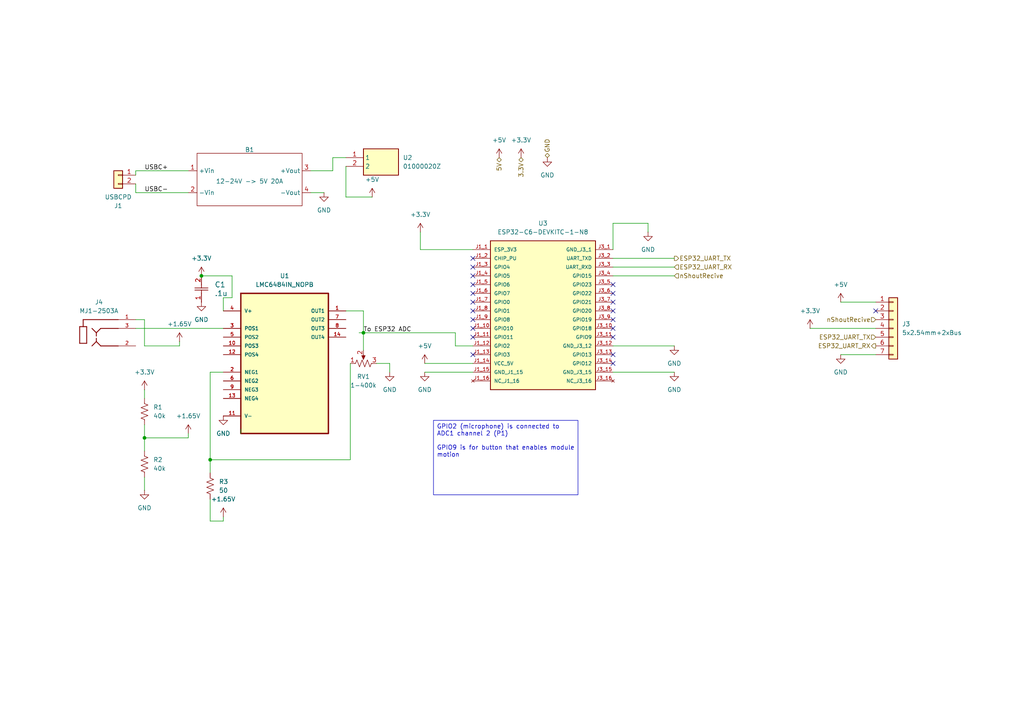
<source format=kicad_sch>
(kicad_sch (version 20250114) (generator "eeschema") (generator_version "9.0")
  (paper "A4")
  (lib_symbols
    (symbol "Connector_Generic:Conn_01x02" (pin_names (offset 1.016) (hide yes))
      (property "Reference" "J" (at 0 2.54 0))
      (property "Value" "Conn_01x02" (at 0 -5.08 0))
      (symbol "Conn_01x02_1_1"
        (rectangle (start -1.27 1.27) (end 1.27 -3.81) (stroke (width 0.254)) (fill (type background)))
        (rectangle (start -1.27 0.127) (end 0 -0.127) (stroke (width 0.1524)))
        (rectangle (start -1.27 -2.413) (end 0 -2.667) (stroke (width 0.1524)))
        (pin passive line (at -5.08 0 0) (length 3.81) (name "Pin_1") (number "1"))
        (pin passive line (at -5.08 -2.54 0) (length 3.81) (name "Pin_2") (number "2"))
      )
    )
    (symbol "Connector_Generic:Conn_01x07" (pin_names (offset 1.016) (hide yes))
      (property "Reference" "J" (at 0 10.16 0))
      (property "Value" "Conn_01x07" (at 0 -10.16 0))
      (symbol "Conn_01x07_1_1"
        (rectangle (start -1.27 8.89) (end 1.27 -8.89) (stroke (width 0.254)) (fill (type background)))
        (rectangle (start -1.27 7.747) (end 0 7.493) (stroke (width 0.1524)))
        (rectangle (start -1.27 5.207) (end 0 4.953) (stroke (width 0.1524)))
        (rectangle (start -1.27 2.667) (end 0 2.413) (stroke (width 0.1524)))
        (rectangle (start -1.27 0.127) (end 0 -0.127) (stroke (width 0.1524)))
        (rectangle (start -1.27 -2.413) (end 0 -2.667) (stroke (width 0.1524)))
        (rectangle (start -1.27 -4.953) (end 0 -5.207) (stroke (width 0.1524)))
        (rectangle (start -1.27 -7.493) (end 0 -7.747) (stroke (width 0.1524)))
        (pin passive line (at -5.08 7.62 0) (length 3.81) (name "Pin_1") (number "1"))
        (pin passive line (at -5.08 5.08 0) (length 3.81) (name "Pin_2") (number "2"))
        (pin passive line (at -5.08 2.54 0) (length 3.81) (name "Pin_3") (number "3"))
        (pin passive line (at -5.08 0 0) (length 3.81) (name "Pin_4") (number "4"))
        (pin passive line (at -5.08 -2.54 0) (length 3.81) (name "Pin_5") (number "5"))
        (pin passive line (at -5.08 -5.08 0) (length 3.81) (name "Pin_6") (number "6"))
        (pin passive line (at -5.08 -7.62 0) (length 3.81) (name "Pin_7") (number "7"))
      )
    )
    (symbol "Device:R_Potentiometer_US" (pin_names (offset 1.016) (hide yes))
      (property "Reference" "RV" (at -4.445 0 90))
      (property "Value" "R_Potentiometer_US" (at -2.54 0 90))
      (symbol "R_Potentiometer_US_0_1"
        (polyline (pts (xy 0 2.54) (xy 0 2.286)))
        (polyline (pts (xy 0 2.286) (xy 1.016 1.905) (xy 0 1.524) (xy -1.016 1.143) (xy 0 0.762)))
        (polyline (pts (xy 0 0.762) (xy 1.016 0.381) (xy 0 0) (xy -1.016 -0.381) (xy 0 -0.762)))
        (polyline (pts (xy 0 -0.762) (xy 1.016 -1.143) (xy 0 -1.524) (xy -1.016 -1.905) (xy 0 -2.286)))
        (polyline (pts (xy 0 -2.286) (xy 0 -2.54)))
        (polyline (pts (xy 1.143 0) (xy 2.286 0.508) (xy 2.286 -0.508) (xy 1.143 0)) (fill (type outline)))
        (polyline (pts (xy 2.54 0) (xy 1.524 0)))
      )
      (symbol "R_Potentiometer_US_1_1"
        (pin passive line (at 0 3.81 270) (length 1.27) (name "1") (number "1"))
        (pin passive line (at 0 -3.81 90) (length 1.27) (name "3") (number "3"))
        (pin passive line (at 3.81 0 180) (length 1.27) (name "2") (number "2"))
      )
    )
    (symbol "Device:R_US" (pin_numbers (hide yes)) (pin_names (offset 0))
      (property "Reference" "R" (at 2.54 0 90))
      (property "Value" "R_US" (at -2.54 0 90))
      (symbol "R_US_0_1"
        (polyline (pts (xy 0 2.286) (xy 0 2.54)))
        (polyline (pts (xy 0 2.286) (xy 1.016 1.905) (xy 0 1.524) (xy -1.016 1.143) (xy 0 0.762)))
        (polyline (pts (xy 0 0.762) (xy 1.016 0.381) (xy 0 0) (xy -1.016 -0.381) (xy 0 -0.762)))
        (polyline (pts (xy 0 -0.762) (xy 1.016 -1.143) (xy 0 -1.524) (xy -1.016 -1.905) (xy 0 -2.286)))
        (polyline (pts (xy 0 -2.286) (xy 0 -2.54)))
      )
      (symbol "R_US_1_1"
        (pin passive line (at 0 3.81 270) (length 1.27) (name "~") (number "1"))
        (pin passive line (at 0 -3.81 90) (length 1.27) (name "~") (number "2"))
      )
    )
    (symbol "LMC6484IN_NOPB:LMC6484IN_NOPB" (pin_names (offset 1.016))
      (property "Reference" "U" (at -6.2234 18.8735 0))
      (property "Value" "LMC6484IN_NOPB" (at -3.7108 -25.7977 0))
      (symbol "LMC6484IN_NOPB_0_0"
        (rectangle (start -12.7 -22.86) (end 12.7 17.78) (stroke (width 0.4064)) (fill (type background)))
        (pin power_in line (at -17.78 12.7 0) (length 5.08) (name "V+") (number "4"))
        (pin input line (at -17.78 7.62 0) (length 5.08) (name "POS1") (number "3"))
        (pin input line (at -17.78 5.08 0) (length 5.08) (name "POS2") (number "5"))
        (pin input line (at -17.78 2.54 0) (length 5.08) (name "POS3") (number "10"))
        (pin input line (at -17.78 0 0) (length 5.08) (name "POS4") (number "12"))
        (pin input line (at -17.78 -5.08 0) (length 5.08) (name "NEG1") (number "2"))
        (pin input line (at -17.78 -7.62 0) (length 5.08) (name "NEG2") (number "6"))
        (pin input line (at -17.78 -10.16 0) (length 5.08) (name "NEG3") (number "9"))
        (pin input line (at -17.78 -12.7 0) (length 5.08) (name "NEG4") (number "13"))
        (pin power_in line (at -17.78 -17.78 0) (length 5.08) (name "V-") (number "11"))
        (pin output line (at 17.78 12.7 180) (length 5.08) (name "OUT1") (number "1"))
        (pin output line (at 17.78 10.16 180) (length 5.08) (name "OUT2") (number "7"))
        (pin output line (at 17.78 7.62 180) (length 5.08) (name "OUT3") (number "8"))
        (pin output line (at 17.78 5.08 180) (length 5.08) (name "OUT4") (number "14"))
      )
    )
    (symbol "Rosethings:01000020Z"
      (property "Reference" "U" (at 16.51 7.62 0))
      (property "Value" "01000020Z" (at 16.51 5.08 0))
      (symbol "01000020Z_1_1"
        (rectangle (start 5.08 2.54) (end 15.24 -5.08) (stroke (width 0.254)) (fill (type background)))
        (pin passive line (at 0 0 0) (length 5.08) (name "1") (number "1"))
        (pin passive line (at 0 -2.54 0) (length 5.08) (name "2") (number "2"))
      )
    )
    (symbol "Rosethings:MJ1-2503A" (pin_names (offset 1.016))
      (property "Reference" "J" (at -5.08 5.842 0))
      (property "Value" "MJ1-2503A" (at -5.08 -5.08 0))
      (symbol "MJ1-2503A_0_0"
        (polyline (pts (xy -6.096 3.048) (xy -6.096 -1.778)) (stroke (width 0.254)))
        (polyline (pts (xy -6.096 -1.778) (xy -4.064 -1.778)) (stroke (width 0.254)))
        (polyline (pts (xy -5.08 5.08) (xy 5.08 5.08)) (stroke (width 0.254)))
        (polyline (pts (xy -5.08 3.048) (xy -6.096 3.048)) (stroke (width 0.254)))
        (polyline (pts (xy -5.08 3.048) (xy -5.08 5.08)) (stroke (width 0.254)))
        (polyline (pts (xy -4.064 3.048) (xy -5.08 3.048)) (stroke (width 0.254)))
        (polyline (pts (xy -4.064 -1.778) (xy -4.064 3.048)) (stroke (width 0.254)))
        (polyline (pts (xy -2.54 2.54) (xy -1.27 1.27)) (stroke (width 0.254)))
        (polyline (pts (xy -2.54 -2.54) (xy -1.27 -1.27)) (stroke (width 0.254)))
        (polyline (pts (xy -1.27 1.27) (xy -1.27 0.3175)) (stroke (width 0.254)))
        (polyline (pts (xy -1.27 1.27) (xy 0 2.54)) (stroke (width 0.254)))
        (polyline (pts (xy -1.27 -0.3175) (xy -1.27 -1.27)) (stroke (width 0.254)))
        (polyline (pts (xy -1.27 -1.27) (xy 0 -2.54)) (stroke (width 0.254)))
        (polyline (pts (xy 0 2.54) (xy 5.08 2.54)) (stroke (width 0.254)))
        (polyline (pts (xy 0 -2.54) (xy 5.08 -2.54)) (stroke (width 0.254)))
        (pin passive line (at 10.16 5.08 180) (length 5.08) (name "~") (number "1"))
        (pin passive line (at 10.16 2.54 180) (length 5.08) (name "~") (number "3"))
        (pin passive line (at 10.16 -2.54 180) (length 5.08) (name "~") (number "2"))
      )
    )
    (symbol "power:+3.3V" (power) (pin_numbers (hide yes)) (pin_names (offset 0) (hide yes))
      (property "Value" "+3.3V" (at 0 3.556 0))
      (symbol "+3.3V_0_1"
        (polyline (pts (xy -0.762 1.27) (xy 0 2.54)))
        (polyline (pts (xy 0 2.54) (xy 0.762 1.27)))
        (polyline (pts (xy 0 0) (xy 0 2.54)))
      )
      (symbol "+3.3V_1_1"
        (pin power_in line (at 0 0 90) (length 0) (name "~") (number "1"))
      )
    )
    (symbol "power:+5V" (power) (pin_numbers (hide yes)) (pin_names (offset 0) (hide yes))
      (property "Value" "+5V" (at 0 3.556 0))
      (symbol "+5V_0_1"
        (polyline (pts (xy -0.762 1.27) (xy 0 2.54)))
        (polyline (pts (xy 0 2.54) (xy 0.762 1.27)))
        (polyline (pts (xy 0 0) (xy 0 2.54)))
      )
      (symbol "+5V_1_1"
        (pin power_in line (at 0 0 90) (length 0) (name "~") (number "1"))
      )
    )
    (symbol "power:GND" (power) (pin_numbers (hide yes)) (pin_names (offset 0) (hide yes))
      (property "Value" "GND" (at 0 -3.81 0))
      (symbol "GND_0_1"
        (polyline (pts (xy 0 0) (xy 0 -1.27) (xy 1.27 -1.27) (xy 0 -2.54) (xy -1.27 -1.27) (xy 0 -1.27)))
      )
      (symbol "GND_1_1"
        (pin power_in line (at 0 0 270) (length 0) (name "~") (number "1"))
      )
    )
    (symbol "roseActuatorLibrary:Buck"
      (property "Reference" "B" (at 0 0 0))
      (symbol "Buck_0_1"
        (rectangle (start -15.24 7.62) (end 15.24 -7.62))
      )
      (symbol "Buck_1_1"
        (pin input line (at -17.78 2.54 0) (length 2.54) (name "+Vin") (number "1"))
        (pin input line (at -17.78 -3.81 0) (length 2.54) (name "-Vin") (number "2"))
        (pin input line (at 17.78 2.54 180) (length 2.54) (name "+Vout") (number "3"))
        (pin input line (at 17.78 -3.81 180) (length 2.54) (name "-Vout") (number "4"))
      )
    )
    (symbol "roseActuatorLibrary:C0805C104J5RACTU" (pin_names (offset 0.254))
      (property "Reference" "C" (at 3.81 3.81 0))
      (property "Value" "C0805C104J5RACTU" (at 3.81 -3.81 0))
      (symbol "C0805C104J5RACTU_1_1"
        (polyline (pts (xy 2.54 0) (xy 3.4798 0)) (stroke (width 0.2032)))
        (polyline (pts (xy 3.4798 -1.905) (xy 3.4798 1.905)) (stroke (width 0.2032)))
        (polyline (pts (xy 4.1148 0) (xy 5.08 0)) (stroke (width 0.2032)))
        (polyline (pts (xy 4.1148 -1.905) (xy 4.1148 1.905)) (stroke (width 0.2032)))
        (pin unspecified line (at 0 0 0) (length 2.54) (name "") (number "1"))
        (pin unspecified line (at 7.62 0 180) (length 2.54) (name "") (number "2"))
      )
      (symbol "C0805C104J5RACTU_1_2"
        (polyline (pts (xy -1.905 -3.4798) (xy 1.905 -3.4798)) (stroke (width 0.2032)))
        (polyline (pts (xy -1.905 -4.1148) (xy 1.905 -4.1148)) (stroke (width 0.2032)))
        (polyline (pts (xy 0 -2.54) (xy 0 -3.4798)) (stroke (width 0.2032)))
        (polyline (pts (xy 0 -4.1148) (xy 0 -5.08)) (stroke (width 0.2032)))
        (pin unspecified line (at 0 0 270) (length 2.54) (name "") (number "1"))
        (pin unspecified line (at 0 -7.62 90) (length 2.54) (name "") (number "2"))
      )
    )
    (symbol "roseActuatorLibrary:ESP32-C6-DEVKITC-1-N8" (pin_names (offset 1.016))
      (property "Reference" "U" (at -15.24 23.622 0))
      (property "Value" "ESP32-C6-DEVKITC-1-N8" (at -15.24 -22.86 0))
      (symbol "ESP32-C6-DEVKITC-1-N8_0_0"
        (rectangle (start -15.24 -20.32) (end 15.24 22.86) (stroke (width 0.254)) (fill (type background)))
        (pin power_in line (at -20.32 20.32 0) (length 5.08) (name "ESP_3V3") (number "J1_1"))
        (pin input line (at -20.32 17.78 0) (length 5.08) (name "CHIP_PU") (number "J1_2"))
        (pin bidirectional line (at -20.32 15.24 0) (length 5.08) (name "GPIO4") (number "J1_3"))
        (pin bidirectional line (at -20.32 12.7 0) (length 5.08) (name "GPIO5") (number "J1_4"))
        (pin bidirectional line (at -20.32 10.16 0) (length 5.08) (name "GPIO6") (number "J1_5"))
        (pin bidirectional line (at -20.32 7.62 0) (length 5.08) (name "GPIO7") (number "J1_6"))
        (pin bidirectional line (at -20.32 5.08 0) (length 5.08) (name "GPIO0") (number "J1_7"))
        (pin bidirectional line (at -20.32 2.54 0) (length 5.08) (name "GPIO1") (number "J1_8"))
        (pin bidirectional line (at -20.32 0 0) (length 5.08) (name "GPIO8") (number "J1_9"))
        (pin bidirectional line (at -20.32 -2.54 0) (length 5.08) (name "GPIO10") (number "J1_10"))
        (pin bidirectional line (at -20.32 -5.08 0) (length 5.08) (name "GPIO11") (number "J1_11"))
        (pin bidirectional line (at -20.32 -7.62 0) (length 5.08) (name "GPIO2") (number "J1_12"))
        (pin bidirectional line (at -20.32 -10.16 0) (length 5.08) (name "GPIO3") (number "J1_13"))
        (pin power_in line (at -20.32 -12.7 0) (length 5.08) (name "VCC_5V") (number "J1_14"))
        (pin power_in line (at -20.32 -15.24 0) (length 5.08) (name "GND_J1_15") (number "J1_15"))
        (pin no_connect line (at -20.32 -17.78 0) (length 5.08) (name "NC_J1_16") (number "J1_16"))
        (pin power_in line (at 20.32 20.32 180) (length 5.08) (name "GND_J3_1") (number "J3_1"))
        (pin bidirectional line (at 20.32 17.78 180) (length 5.08) (name "UART_TXD") (number "J3_2"))
        (pin bidirectional line (at 20.32 15.24 180) (length 5.08) (name "UART_RXD") (number "J3_3"))
        (pin bidirectional line (at 20.32 12.7 180) (length 5.08) (name "GPIO15") (number "J3_4"))
        (pin bidirectional line (at 20.32 10.16 180) (length 5.08) (name "GPIO23") (number "J3_5"))
        (pin bidirectional line (at 20.32 7.62 180) (length 5.08) (name "GPIO22") (number "J3_6"))
        (pin bidirectional line (at 20.32 5.08 180) (length 5.08) (name "GPIO21") (number "J3_7"))
        (pin bidirectional line (at 20.32 2.54 180) (length 5.08) (name "GPIO20") (number "J3_8"))
        (pin bidirectional line (at 20.32 0 180) (length 5.08) (name "GPIO19") (number "J3_9"))
        (pin bidirectional line (at 20.32 -2.54 180) (length 5.08) (name "GPIO18") (number "J3_10"))
        (pin bidirectional line (at 20.32 -5.08 180) (length 5.08) (name "GPIO9") (number "J3_11"))
        (pin power_in line (at 20.32 -7.62 180) (length 5.08) (name "GND_J3_12") (number "J3_12"))
        (pin bidirectional line (at 20.32 -10.16 180) (length 5.08) (name "GPIO13") (number "J3_13"))
        (pin bidirectional line (at 20.32 -12.7 180) (length 5.08) (name "GPIO12") (number "J3_14"))
        (pin power_in line (at 20.32 -15.24 180) (length 5.08) (name "GND_J3_15") (number "J3_15"))
        (pin no_connect line (at 20.32 -17.78 180) (length 5.08) (name "NC_J3_16") (number "J3_16"))
      )
    )
  )
  (text_box "GPIO2 (microphone) is connected to ADC1 channel 2 (P1)\n\nGPIO9 is for button that enables module motion" (at 125.73 121.92 0) (size 41.91 21.59) (margins 0.9525 0.9525 0.9525 0.9525) (effects (font (size 1.27 1.27)) (justify left top)))
  (junction (at 60.96 133.35))
  (junction (at 105.41 96.52))
  (junction (at 41.91 127))
  (junction (at 58.42 80.01))
  (no_connect (at 177.8 105.41))
  (no_connect (at 137.16 90.17))
  (no_connect (at 177.8 95.25))
  (no_connect (at 137.16 80.01))
  (no_connect (at 177.8 90.17))
  (no_connect (at 137.16 74.93))
  (no_connect (at 137.16 85.09))
  (no_connect (at 177.8 97.79))
  (no_connect (at 177.8 87.63))
  (no_connect (at 177.8 82.55))
  (no_connect (at 137.16 102.87))
  (no_connect (at 254 90.17))
  (no_connect (at 177.8 102.87))
  (no_connect (at 137.16 95.25))
  (no_connect (at 137.16 82.55))
  (no_connect (at 177.8 92.71))
  (no_connect (at 137.16 87.63))
  (no_connect (at 137.16 92.71))
  (no_connect (at 137.16 97.79))
  (no_connect (at 177.8 85.09))
  (no_connect (at 137.16 77.47))
  (wire (pts (xy 41.91 127) (xy 41.91 130.81)))
  (wire (pts (xy 39.37 49.53) (xy 39.37 50.8)))
  (wire (pts (xy 41.91 100.33) (xy 52.07 100.33)))
  (wire (pts (xy 60.96 151.13) (xy 64.77 151.13)))
  (wire (pts (xy 39.37 53.34) (xy 39.37 55.88)))
  (wire (pts (xy 67.31 86.36) (xy 67.31 80.01)))
  (wire (pts (xy 60.96 107.95) (xy 60.96 133.35)))
  (wire (pts (xy 52.07 100.33) (xy 52.07 99.06)))
  (wire (pts (xy 39.37 49.53) (xy 54.61 49.53)))
  (wire (pts (xy 243.84 102.87) (xy 254 102.87)))
  (wire (pts (xy 93.98 55.88) (xy 90.17 55.88)))
  (wire (pts (xy 64.77 86.36) (xy 67.31 86.36)))
  (wire (pts (xy 101.6 105.41) (xy 101.6 133.35)))
  (wire (pts (xy 96.52 45.72) (xy 100.33 45.72)))
  (wire (pts (xy 113.03 105.41) (xy 113.03 107.95)))
  (wire (pts (xy 60.96 144.78) (xy 60.96 151.13)))
  (wire (pts (xy 60.96 133.35) (xy 60.96 137.16)))
  (wire (pts (xy 137.16 72.39) (xy 121.92 72.39)))
  (wire (pts (xy 177.8 72.39) (xy 177.8 64.77)))
  (wire (pts (xy 100.33 57.15) (xy 107.95 57.15)))
  (wire (pts (xy 58.42 80.01) (xy 67.31 80.01)))
  (wire (pts (xy 177.8 100.33) (xy 195.58 100.33)))
  (wire (pts (xy 177.8 107.95) (xy 195.58 107.95)))
  (wire (pts (xy 177.8 74.93) (xy 195.58 74.93)))
  (wire (pts (xy 132.08 96.52) (xy 132.08 100.33)))
  (wire (pts (xy 104.14 96.52) (xy 105.41 96.52)))
  (wire (pts (xy 39.37 92.71) (xy 41.91 92.71)))
  (wire (pts (xy 39.37 55.88) (xy 54.61 55.88)))
  (wire (pts (xy 187.96 64.77) (xy 187.96 67.31)))
  (wire (pts (xy 109.22 105.41) (xy 113.03 105.41)))
  (wire (pts (xy 54.61 125.73) (xy 54.61 127)))
  (wire (pts (xy 137.16 100.33) (xy 132.08 100.33)))
  (wire (pts (xy 90.17 49.53) (xy 96.52 49.53)))
  (wire (pts (xy 234.95 95.25) (xy 254 95.25)))
  (wire (pts (xy 69.85 124.46) (xy 69.85 125.73)))
  (wire (pts (xy 60.96 107.95) (xy 64.77 107.95)))
  (wire (pts (xy 41.91 138.43) (xy 41.91 142.24)))
  (wire (pts (xy 101.6 133.35) (xy 60.96 133.35)))
  (wire (pts (xy 100.33 90.17) (xy 105.41 90.17)))
  (wire (pts (xy 177.8 77.47) (xy 195.58 77.47)))
  (wire (pts (xy 41.91 113.03) (xy 41.91 115.57)))
  (wire (pts (xy 41.91 92.71) (xy 41.91 100.33)))
  (wire (pts (xy 121.92 72.39) (xy 121.92 67.31)))
  (wire (pts (xy 177.8 80.01) (xy 195.58 80.01)))
  (wire (pts (xy 105.41 96.52) (xy 105.41 101.6)))
  (wire (pts (xy 41.91 123.19) (xy 41.91 127)))
  (wire (pts (xy 100.33 48.26) (xy 100.33 57.15)))
  (wire (pts (xy 123.19 105.41) (xy 137.16 105.41)))
  (wire (pts (xy 64.77 151.13) (xy 64.77 149.86)))
  (wire (pts (xy 177.8 64.77) (xy 187.96 64.77)))
  (wire (pts (xy 105.41 96.52) (xy 132.08 96.52)))
  (wire (pts (xy 243.84 87.63) (xy 254 87.63)))
  (wire (pts (xy 64.77 90.17) (xy 64.77 86.36)))
  (wire (pts (xy 39.37 95.25) (xy 64.77 95.25)))
  (wire (pts (xy 96.52 49.53) (xy 96.52 45.72)))
  (wire (pts (xy 105.41 90.17) (xy 105.41 96.52)))
  (wire (pts (xy 41.91 127) (xy 54.61 127)))
  (wire (pts (xy 123.19 107.95) (xy 137.16 107.95)))
  (label "To ESP32 ADC" (at 105.41 96.52 0))
  (label "USBC-" (at 41.91 55.88 0))
  (label "USBC+" (at 41.91 49.53 0))
  (hierarchical_label "3.3V" (shape bidirectional) (at 151.13 45.72 270))
  (hierarchical_label "ESP32_UART_TX" (shape input) (at 254 97.79 180))
  (hierarchical_label "ESP32_UART_RX" (shape output) (at 254 100.33 180))
  (hierarchical_label "nShoutRecive" (shape input) (at 254 92.71 180))
  (hierarchical_label "GND" (shape bidirectional) (at 158.75 45.72 90))
  (hierarchical_label "ESP32_UART_RX" (shape input) (at 195.58 77.47 0))
  (hierarchical_label "nShoutRecive" (shape input) (at 195.58 80.01 0))
  (hierarchical_label "ESP32_UART_TX" (shape output) (at 195.58 74.93 0))
  (hierarchical_label "5V" (shape bidirectional) (at 144.78 45.72 270))
  (symbol (lib_id "power:+3.3V") (at 54.61 125.73 0) (unit 1)
    (property "Reference" "#PWR0120" (effects (hide yes)))
    (property "Value" "+1.65V" (at 54.61 120.65 0))
    (property "Description" "Power symbol creates a global label with name \"+3.3V\"" (effects (hide yes)))
  )
  (symbol (lib_id "power:+3.3V") (at 121.92 67.31 0) (unit 1)
    (property "Reference" "#PWR0107" (effects (hide yes)))
    (property "Value" "+3.3V" (at 121.92 62.23 0))
    (property "Description" "Power symbol creates a global label with name \"+3.3V\"" (effects (hide yes)))
  )
  (symbol (lib_id "power:+3.3V") (at 64.77 149.86 0) (unit 1)
    (property "Reference" "#PWR0116" (effects (hide yes)))
    (property "Value" "+1.65V" (at 64.77 144.78 0))
    (property "Description" "Power symbol creates a global label with name \"+3.3V\"" (effects (hide yes)))
  )
  (symbol (lib_id "power:+5V") (at 123.19 105.41 0) (unit 1)
    (property "Reference" "#PWR0112" (effects (hide yes)))
    (property "Value" "+5V" (at 123.19 100.33 0))
    (property "Description" "Power symbol creates a global label with name \"+5V\"" (effects (hide yes)))
  )
  (symbol (lib_id "roseActuatorLibrary:Buck") (at 72.39 52.07 0) (unit 1)
    (property "Reference" "B1" (at 72.39 43.434 0))
    (property "Value" "12-24V -> 5V 20A" (at 72.39 52.578 0))
    (property "Footprint" "BUCK_and_USBC:Buck-fourpins" (effects (hide yes)))
  )
  (symbol (lib_id "power:GND") (at 123.19 107.95 0) (unit 1)
    (property "Reference" "#PWR0113" (effects (hide yes)))
    (property "Value" "GND" (at 123.19 113.03 0))
    (property "Description" "Power symbol creates a global label with name \"GND\" , ground" (effects (hide yes)))
  )
  (symbol (lib_id "power:+3.3V") (at 151.13 45.72 0) (unit 1)
    (property "Reference" "#PWR0121" (effects (hide yes)))
    (property "Value" "+3.3V" (at 151.13 40.64 0))
    (property "Description" "Power symbol creates a global label with name \"+3.3V\"" (effects (hide yes)))
  )
  (symbol (lib_id "Device:R_US") (at 41.91 134.62 0) (unit 1)
    (property "Reference" "R2" (at 44.45 133.3499 0) (effects (justify left)))
    (property "Value" "40k" (at 44.45 135.8899 0) (effects (justify left)))
    (property "Footprint" "Resistor_SMD:R_1206_3216Metric_Pad1.30x1.75mm_HandSolder" (effects (hide yes)))
    (property "Description" "Resistor, US symbol" (effects (hide yes)))
  )
  (symbol (lib_id "power:GND") (at 93.98 55.88 0) (unit 1)
    (property "Reference" "#PWR0108" (effects (hide yes)))
    (property "Value" "GND" (at 93.98 60.96 0))
    (property "Description" "Power symbol creates a global label with name \"GND\" , ground" (effects (hide yes)))
  )
  (symbol (lib_id "power:GND") (at 158.75 45.72 0) (unit 1)
    (property "Reference" "#PWR0122" (effects (hide yes)))
    (property "Value" "GND" (at 158.75 50.8 0))
    (property "Description" "Power symbol creates a global label with name \"GND\" , ground" (effects (hide yes)))
  )
  (symbol (lib_id "Connector_Generic:Conn_01x02") (at 34.29 50.8 0) (mirror y) (unit 1)
    (property "Reference" "J1" (at 34.29 59.69 0))
    (property "Value" "USBCPD" (at 34.29 57.15 0))
    (property "Footprint" "BUCK_and_USBC:USBC-PD-Module-twopins" (effects (hide yes)))
    (property "Description" "Generic connector, single row, 01x02, script generated (kicad-library-utils/schlib/autogen/connector/)" (effects (hide yes)))
  )
  (symbol (lib_id "power:+5V") (at 107.95 57.15 0) (unit 1)
    (property "Reference" "#PWR0109" (effects (hide yes)))
    (property "Value" "+5V" (at 107.95 52.07 0))
    (property "Description" "Power symbol creates a global label with name \"+5V\"" (effects (hide yes)))
  )
  (symbol (lib_id "power:+5V") (at 243.84 87.63 0) (unit 1)
    (property "Reference" "#PWR0102" (effects (hide yes)))
    (property "Value" "+5V" (at 243.84 82.55 0))
    (property "Description" "Power symbol creates a global label with name \"+5V\"" (effects (hide yes)))
  )
  (symbol (lib_id "roseActuatorLibrary:ESP32-C6-DEVKITC-1-N8") (at 157.48 92.71 0) (unit 1)
    (property "Reference" "U3" (at 157.48 64.77 0))
    (property "Value" "ESP32-C6-DEVKITC-1-N8" (at 157.48 67.31 0))
    (property "Footprint" "Rose Actuator Library:MODULE_ESP32-C6-DEVKITC-1-N8" (effects (hide yes)))
    (property "PARTREV" "1.3" (effects (hide yes)))
    (property "STANDARD" "Manufacturer Recommendations" (effects (hide yes)))
    (property "MANUFACTURER" "Espressif Systems" (effects (hide yes)))
  )
  (symbol (lib_id "power:GND") (at 195.58 107.95 0) (unit 1)
    (property "Reference" "#PWR0104" (effects (hide yes)))
    (property "Value" "GND" (at 195.58 113.03 0))
    (property "Description" "Power symbol creates a global label with name \"GND\" , ground" (effects (hide yes)))
  )
  (symbol (lib_id "LMC6484IN_NOPB:LMC6484IN_NOPB") (at 82.55 102.87 0) (unit 1)
    (property "Reference" "U1" (at 82.55 80.01 0))
    (property "Value" "LMC6484IN_NOPB" (at 82.55 82.55 0))
    (property "Footprint" "Rose Actuator Library:DIP254P762X508-14" (effects (hide yes)))
    (property "SUPPLIER" "National Semiconductor" (effects (hide yes)))
    (property "OC_FARNELL" "9486070" (effects (hide yes)))
    (property "OC_NEWARK" "92F350" (effects (hide yes)))
    (property "MPN" "LMC6484IN/NOPB" (effects (hide yes)))
    (property "PACKAGE" "14- DIP" (effects (hide yes)))
  )
  (symbol (lib_id "power:GND") (at 58.42 87.63 0) (unit 1)
    (property "Reference" "#PWR0111" (effects (hide yes)))
    (property "Value" "GND" (at 58.42 92.71 0))
    (property "Description" "Power symbol creates a global label with name \"GND\" , ground" (effects (hide yes)))
  )
  (symbol (lib_id "power:+3.3V") (at 52.07 99.06 0) (unit 1)
    (property "Reference" "#PWR0115" (effects (hide yes)))
    (property "Value" "+1.65V" (at 52.07 93.98 0))
    (property "Description" "Power symbol creates a global label with name \"+3.3V\"" (effects (hide yes)))
  )
  (symbol (lib_id "Rosethings:MJ1-2503A") (at 29.21 97.79 0) (unit 1)
    (property "Reference" "J4" (at 28.702 87.63 0))
    (property "Value" "MJ1-2503A" (at 28.702 90.17 0))
    (property "Footprint" "Rose Actuator Library:SAMESKY_MJ1-2503A" (effects (hide yes)))
    (property "PARTREV" "1.05" (effects (hide yes)))
    (property "STANDARD" "Manufacturer Recommendations" (effects (hide yes)))
    (property "MAXIMUM_PACKAGE_HEIGHT" "5.1mm" (effects (hide yes)))
    (property "MANUFACTURER" "Same Sky" (effects (hide yes)))
  )
  (symbol (lib_id "power:GND") (at 41.91 142.24 0) (unit 1)
    (property "Reference" "#PWR0118" (effects (hide yes)))
    (property "Value" "GND" (at 41.91 147.32 0))
    (property "Description" "Power symbol creates a global label with name \"GND\" , ground" (effects (hide yes)))
  )
  (symbol (lib_id "power:+3.3V") (at 234.95 95.25 0) (unit 1)
    (property "Reference" "#PWR0101" (effects (hide yes)))
    (property "Value" "+3.3V" (at 234.95 90.17 0))
    (property "Description" "Power symbol creates a global label with name \"+3.3V\"" (effects (hide yes)))
  )
  (symbol (lib_id "power:+3.3V") (at 58.42 80.01 0) (unit 1)
    (property "Reference" "#PWR0114" (effects (hide yes)))
    (property "Value" "+3.3V" (at 58.42 74.93 0))
    (property "Description" "Power symbol creates a global label with name \"+3.3V\"" (effects (hide yes)))
  )
  (symbol (lib_id "power:GND") (at 243.84 102.87 0) (unit 1)
    (property "Reference" "#PWR0106" (effects (hide yes)))
    (property "Value" "GND" (at 243.84 107.95 0))
    (property "Description" "Power symbol creates a global label with name \"GND\" , ground" (effects (hide yes)))
  )
  (symbol (lib_id "Device:R_Potentiometer_US") (at 105.41 105.41 90) (unit 1)
    (property "Reference" "RV1" (at 105.41 109.22 90))
    (property "Value" "1-400k" (at 105.41 111.76 90))
    (property "Footprint" "BUCK_and_USBC:Potentiometer" (effects (hide yes)))
    (property "Description" "Potentiometer, US symbol" (effects (hide yes)))
  )
  (symbol (lib_id "power:GND") (at 187.96 67.31 0) (unit 1)
    (property "Reference" "#PWR0103" (effects (hide yes)))
    (property "Value" "GND" (at 187.96 72.39 0))
    (property "Description" "Power symbol creates a global label with name \"GND\" , ground" (effects (hide yes)))
  )
  (symbol (lib_id "power:+5V") (at 144.78 45.72 0) (unit 1)
    (property "Reference" "#PWR0123" (effects (hide yes)))
    (property "Value" "+5V" (at 144.78 40.64 0))
    (property "Description" "Power symbol creates a global label with name \"+5V\"" (effects (hide yes)))
  )
  (symbol (lib_id "power:GND") (at 195.58 100.33 0) (unit 1)
    (property "Reference" "#PWR0105" (effects (hide yes)))
    (property "Value" "GND" (at 195.58 105.41 0))
    (property "Description" "Power symbol creates a global label with name \"GND\" , ground" (effects (hide yes)))
  )
  (symbol (lib_id "roseActuatorLibrary:C0805C104J5RACTU") (at 58.42 87.63 90) (unit 1)
    (property "Reference" "C1" (at 62.23 82.5499 90) (effects (font (size 1.524 1.524)) (justify right)))
    (property "Value" ".1u" (at 62.23 85.0899 90) (effects (font (size 1.524 1.524)) (justify right)))
    (property "Footprint" "Capacitor_SMD:C_0805_2012Metric_Pad1.18x1.45mm_HandSolder" (effects (hide yes)))
    (property "Datasheet" "https://content.kemet.com/datasheets/KEM_C1002_X7R_SMD.pdf" (effects (hide yes)))
  )
  (symbol (lib_id "power:GND") (at 64.77 120.65 0) (unit 1)
    (property "Reference" "#PWR0117" (effects (hide yes)))
    (property "Value" "GND" (at 64.77 125.73 0))
    (property "Description" "Power symbol creates a global label with name \"GND\" , ground" (effects (hide yes)))
  )
  (symbol (lib_id "Device:R_US") (at 60.96 140.97 0) (unit 1)
    (property "Reference" "R3" (at 63.5 139.6999 0) (effects (justify left)))
    (property "Value" "50" (at 63.5 142.2399 0) (effects (justify left)))
    (property "Footprint" "Resistor_SMD:R_1206_3216Metric_Pad1.30x1.75mm_HandSolder" (effects (hide yes)))
    (property "Description" "Resistor, US symbol" (effects (hide yes)))
  )
  (symbol (lib_id "power:+3.3V") (at 41.91 113.03 0) (unit 1)
    (property "Reference" "#PWR0119" (effects (hide yes)))
    (property "Value" "+3.3V" (at 41.91 107.95 0))
    (property "Description" "Power symbol creates a global label with name \"+3.3V\"" (effects (hide yes)))
  )
  (symbol (lib_id "Device:R_US") (at 41.91 119.38 0) (unit 1)
    (property "Reference" "R1" (at 44.45 118.1099 0) (effects (justify left)))
    (property "Value" "40k" (at 44.45 120.6499 0) (effects (justify left)))
    (property "Footprint" "Resistor_SMD:R_1206_3216Metric_Pad1.30x1.75mm_HandSolder" (effects (hide yes)))
    (property "Description" "Resistor, US symbol" (effects (hide yes)))
  )
  (symbol (lib_id "power:GND") (at 113.03 107.95 0) (unit 1)
    (property "Reference" "#PWR0110" (effects (hide yes)))
    (property "Value" "GND" (at 113.03 113.03 0))
    (property "Description" "Power symbol creates a global label with name \"GND\" , ground" (effects (hide yes)))
  )
  (symbol (lib_id "Connector_Generic:Conn_01x07") (at 259.08 95.25 0) (unit 1)
    (property "Reference" "J3" (at 261.62 93.9799 0) (effects (justify left)))
    (property "Value" "5x2.54mm+2xBus" (at 261.62 96.5199 0) (effects (justify left)))
    (property "Footprint" "Rose Actuator Library:InterModuleConnectorMside" (effects (hide yes)))
    (property "Description" "Generic connector, single row, 01x07, script generated (kicad-library-utils/schlib/autogen/connector/)" (effects (hide yes)))
  )
  (symbol (lib_id "Rosethings:01000020Z") (at 100.33 45.72 0) (unit 1)
    (property "Reference" "U2" (at 116.84 45.7199 0) (effects (justify left)))
    (property "Value" "01000020Z" (at 116.84 48.2599 0) (effects (justify left)))
    (property "Footprint" "BUCK_and_USBC:01000020Z" (effects (hide yes)))
    (property "Datasheet" "https://componentsearchengine.com/Datasheets/1/01000020Z.pdf" (effects (hide yes)))
    (property "Description" "Littelfuse Fuse Holder Clip" (effects (hide yes)))
    (property "Height" "10.7" (effects (hide yes)))
    (property "Mouser Part Number" "576-01000020Z" (effects (hide yes)))
    (property "Mouser Price/Stock" "https://www.mouser.co.uk/ProductDetail/Littelfuse/01000020Z?qs=A2K%252BDn3pTTkC2o2QQivHQg%3D%3D" (effects (hide yes)))
    (property "Manufacturer_Name" "LITTELFUSE" (effects (hide yes)))
    (property "Manufacturer_Part_Number" "01000020Z" (effects (hide yes)))
  )
)
</source>
